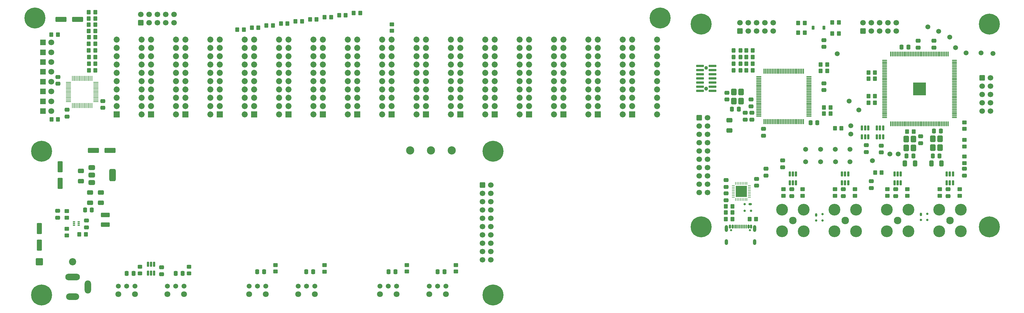
<source format=gts>
G04 #@! TF.GenerationSoftware,KiCad,Pcbnew,9.0.5*
G04 #@! TF.CreationDate,2025-10-23T19:29:44+02:00*
G04 #@! TF.ProjectId,stencil,7374656e-6369-46c2-9e6b-696361645f70,rev?*
G04 #@! TF.SameCoordinates,Original*
G04 #@! TF.FileFunction,Soldermask,Top*
G04 #@! TF.FilePolarity,Negative*
%FSLAX46Y46*%
G04 Gerber Fmt 4.6, Leading zero omitted, Abs format (unit mm)*
G04 Created by KiCad (PCBNEW 9.0.5) date 2025-10-23 19:29:44*
%MOMM*%
%LPD*%
G01*
G04 APERTURE LIST*
G04 Aperture macros list*
%AMRoundRect*
0 Rectangle with rounded corners*
0 $1 Rounding radius*
0 $2 $3 $4 $5 $6 $7 $8 $9 X,Y pos of 4 corners*
0 Add a 4 corners polygon primitive as box body*
4,1,4,$2,$3,$4,$5,$6,$7,$8,$9,$2,$3,0*
0 Add four circle primitives for the rounded corners*
1,1,$1+$1,$2,$3*
1,1,$1+$1,$4,$5*
1,1,$1+$1,$6,$7*
1,1,$1+$1,$8,$9*
0 Add four rect primitives between the rounded corners*
20,1,$1+$1,$2,$3,$4,$5,0*
20,1,$1+$1,$4,$5,$6,$7,0*
20,1,$1+$1,$6,$7,$8,$9,0*
20,1,$1+$1,$8,$9,$2,$3,0*%
G04 Aperture macros list end*
%ADD10C,0.650000*%
%ADD11RoundRect,0.150000X-0.150000X-0.425000X0.150000X-0.425000X0.150000X0.425000X-0.150000X0.425000X0*%
%ADD12RoundRect,0.075000X-0.075000X-0.500000X0.075000X-0.500000X0.075000X0.500000X-0.075000X0.500000X0*%
%ADD13O,1.000000X2.100000*%
%ADD14O,1.000000X1.800000*%
%ADD15C,1.500000*%
%ADD16RoundRect,0.250000X0.575000X-0.725000X0.575000X0.725000X-0.575000X0.725000X-0.575000X-0.725000X0*%
%ADD17RoundRect,0.250000X-0.350000X-0.450000X0.350000X-0.450000X0.350000X0.450000X-0.350000X0.450000X0*%
%ADD18RoundRect,0.162500X-0.162500X0.617500X-0.162500X-0.617500X0.162500X-0.617500X0.162500X0.617500X0*%
%ADD19RoundRect,0.250000X-0.475000X0.337500X-0.475000X-0.337500X0.475000X-0.337500X0.475000X0.337500X0*%
%ADD20C,6.400000*%
%ADD21RoundRect,0.250000X0.350000X0.450000X-0.350000X0.450000X-0.350000X-0.450000X0.350000X-0.450000X0*%
%ADD22RoundRect,0.250000X0.475000X-0.337500X0.475000X0.337500X-0.475000X0.337500X-0.475000X-0.337500X0*%
%ADD23RoundRect,0.250000X-0.450000X0.350000X-0.450000X-0.350000X0.450000X-0.350000X0.450000X0.350000X0*%
%ADD24RoundRect,0.250000X-0.600000X-0.600000X0.600000X-0.600000X0.600000X0.600000X-0.600000X0.600000X0*%
%ADD25C,1.700000*%
%ADD26RoundRect,0.250000X0.337500X0.475000X-0.337500X0.475000X-0.337500X-0.475000X0.337500X-0.475000X0*%
%ADD27RoundRect,0.250000X-0.337500X-0.475000X0.337500X-0.475000X0.337500X0.475000X-0.337500X0.475000X0*%
%ADD28RoundRect,0.250000X0.600000X-0.600000X0.600000X0.600000X-0.600000X0.600000X-0.600000X-0.600000X0*%
%ADD29C,2.300000*%
%ADD30C,3.600000*%
%ADD31RoundRect,0.225000X0.225000X0.375000X-0.225000X0.375000X-0.225000X-0.375000X0.225000X-0.375000X0*%
%ADD32RoundRect,0.250000X-0.412500X-0.650000X0.412500X-0.650000X0.412500X0.650000X-0.412500X0.650000X0*%
%ADD33RoundRect,0.250000X-0.325000X-0.450000X0.325000X-0.450000X0.325000X0.450000X-0.325000X0.450000X0*%
%ADD34C,1.200000*%
%ADD35C,1.100000*%
%ADD36RoundRect,0.112500X1.037500X-0.262500X1.037500X0.262500X-1.037500X0.262500X-1.037500X-0.262500X0*%
%ADD37RoundRect,0.175000X-0.175000X-0.325000X0.175000X-0.325000X0.175000X0.325000X-0.175000X0.325000X0*%
%ADD38RoundRect,0.150000X-0.200000X-0.150000X0.200000X-0.150000X0.200000X0.150000X-0.200000X0.150000X0*%
%ADD39RoundRect,0.062500X0.062500X-0.375000X0.062500X0.375000X-0.062500X0.375000X-0.062500X-0.375000X0*%
%ADD40RoundRect,0.062500X0.375000X-0.062500X0.375000X0.062500X-0.375000X0.062500X-0.375000X-0.062500X0*%
%ADD41R,3.450000X3.450000*%
%ADD42RoundRect,0.250000X0.450000X-0.350000X0.450000X0.350000X-0.450000X0.350000X-0.450000X-0.350000X0*%
%ADD43RoundRect,0.250000X0.650000X-0.412500X0.650000X0.412500X-0.650000X0.412500X-0.650000X-0.412500X0*%
%ADD44RoundRect,0.075000X-0.725000X-0.075000X0.725000X-0.075000X0.725000X0.075000X-0.725000X0.075000X0*%
%ADD45RoundRect,0.075000X-0.075000X-0.725000X0.075000X-0.725000X0.075000X0.725000X-0.075000X0.725000X0*%
%ADD46RoundRect,0.175000X-0.325000X0.175000X-0.325000X-0.175000X0.325000X-0.175000X0.325000X0.175000X0*%
%ADD47RoundRect,0.150000X-0.150000X0.200000X-0.150000X-0.200000X0.150000X-0.200000X0.150000X0.200000X0*%
%ADD48RoundRect,0.075000X0.075000X-0.662500X0.075000X0.662500X-0.075000X0.662500X-0.075000X-0.662500X0*%
%ADD49RoundRect,0.075000X0.662500X-0.075000X0.662500X0.075000X-0.662500X0.075000X-0.662500X-0.075000X0*%
%ADD50R,4.000000X4.000000*%
%ADD51RoundRect,0.250000X1.412500X0.550000X-1.412500X0.550000X-1.412500X-0.550000X1.412500X-0.550000X0*%
%ADD52RoundRect,0.249999X-0.850001X-0.850001X0.850001X-0.850001X0.850001X0.850001X-0.850001X0.850001X0*%
%ADD53C,2.200000*%
%ADD54RoundRect,0.250000X-0.450000X0.325000X-0.450000X-0.325000X0.450000X-0.325000X0.450000X0.325000X0*%
%ADD55C,1.800000*%
%ADD56RoundRect,0.250000X0.550000X-1.412500X0.550000X1.412500X-0.550000X1.412500X-0.550000X-1.412500X0*%
%ADD57RoundRect,0.087500X0.250000X0.087500X-0.250000X0.087500X-0.250000X-0.087500X0.250000X-0.087500X0*%
%ADD58RoundRect,0.250001X1.074999X-0.462499X1.074999X0.462499X-1.074999X0.462499X-1.074999X-0.462499X0*%
%ADD59C,2.500000*%
%ADD60RoundRect,0.375000X-0.625000X-0.375000X0.625000X-0.375000X0.625000X0.375000X-0.625000X0.375000X0*%
%ADD61RoundRect,0.500000X-0.500000X-1.400000X0.500000X-1.400000X0.500000X1.400000X-0.500000X1.400000X0*%
%ADD62RoundRect,0.162500X0.162500X-0.617500X0.162500X0.617500X-0.162500X0.617500X-0.162500X-0.617500X0*%
%ADD63RoundRect,1.000000X1.250000X0.000010X-1.250000X0.000010X-1.250000X-0.000010X1.250000X-0.000010X0*%
%ADD64RoundRect,1.000000X1.000000X0.000010X-1.000000X0.000010X-1.000000X-0.000010X1.000000X-0.000010X0*%
%ADD65RoundRect,1.000000X0.000010X1.000000X-0.000010X1.000000X-0.000010X-1.000000X0.000010X-1.000000X0*%
%ADD66R,1.800000X1.800000*%
%ADD67R,1.850000X1.850000*%
%ADD68C,1.850000*%
%ADD69RoundRect,0.062500X-0.687500X-0.062500X0.687500X-0.062500X0.687500X0.062500X-0.687500X0.062500X0*%
%ADD70RoundRect,0.062500X-0.062500X-0.687500X0.062500X-0.687500X0.062500X0.687500X-0.062500X0.687500X0*%
G04 APERTURE END LIST*
D10*
X249208000Y-101161000D03*
X254988000Y-101161000D03*
D11*
X248898000Y-100086000D03*
X249698000Y-100086000D03*
D12*
X250848000Y-100086000D03*
X251848000Y-100086000D03*
X252348000Y-100086000D03*
X253348000Y-100086000D03*
D11*
X254498000Y-100086000D03*
X255298000Y-100086000D03*
X255298000Y-100086000D03*
X254498000Y-100086000D03*
D12*
X253848000Y-100086000D03*
X252848000Y-100086000D03*
X251348000Y-100086000D03*
X250348000Y-100086000D03*
D11*
X249698000Y-100086000D03*
X248898000Y-100086000D03*
D13*
X247778000Y-100661000D03*
D14*
X247778000Y-104841000D03*
D13*
X256418000Y-100661000D03*
D14*
X256418000Y-104841000D03*
D15*
X285558000Y-80272000D03*
D16*
X252284000Y-61686000D03*
X252284000Y-58936000D03*
X250084000Y-58936000D03*
X250084000Y-61686000D03*
D17*
X253824000Y-48268000D03*
X255824000Y-48268000D03*
D18*
X269048000Y-84002000D03*
X268098000Y-84002000D03*
X267148000Y-84002000D03*
X267148000Y-86702000D03*
X268098000Y-86702000D03*
X269048000Y-86702000D03*
D19*
X259904000Y-82409500D03*
X259904000Y-84484500D03*
X259142000Y-70217500D03*
X259142000Y-72292500D03*
X290485600Y-75170500D03*
X290485600Y-77245500D03*
D15*
X292416000Y-79891000D03*
D20*
X240098000Y-38166000D03*
D18*
X291095200Y-69952000D03*
X290145200Y-69952000D03*
X289195200Y-69952000D03*
X289195200Y-72652000D03*
X290145200Y-72652000D03*
X291095200Y-72652000D03*
D21*
X304973000Y-71001000D03*
X302973000Y-71001000D03*
D22*
X311212000Y-45368500D03*
X311212000Y-43293500D03*
D18*
X284984000Y-84002000D03*
X284034000Y-84002000D03*
X283084000Y-84002000D03*
X283084000Y-86702000D03*
X284034000Y-86702000D03*
X284984000Y-86702000D03*
D15*
X300290000Y-77859000D03*
D21*
X282113000Y-41060000D03*
X280113000Y-41060000D03*
D17*
X280908000Y-69985000D03*
X282908000Y-69985000D03*
D23*
X280986000Y-88670000D03*
X280986000Y-90670000D03*
D21*
X249601000Y-97798000D03*
X247601000Y-97798000D03*
D19*
X295083000Y-75319000D03*
X295083000Y-77394000D03*
D24*
X239457000Y-66810000D03*
D25*
X241997000Y-66810000D03*
X239457000Y-69350000D03*
X241997000Y-69350000D03*
X239457000Y-71890000D03*
X241997000Y-71890000D03*
X239457000Y-74430000D03*
X241997000Y-74430000D03*
X239457000Y-76970000D03*
X241997000Y-76970000D03*
X239457000Y-79510000D03*
X241997000Y-79510000D03*
X239457000Y-82050000D03*
X241997000Y-82050000D03*
X239457000Y-84590000D03*
X241997000Y-84590000D03*
X239457000Y-87130000D03*
X241997000Y-87130000D03*
X239457000Y-89670000D03*
X241997000Y-89670000D03*
D23*
X265238000Y-88670000D03*
X265238000Y-90670000D03*
D15*
X316038000Y-42172000D03*
D26*
X251543500Y-64143000D03*
X249468500Y-64143000D03*
D15*
X276519000Y-76462000D03*
D20*
X328098000Y-100166000D03*
D22*
X247712000Y-87935000D03*
X247712000Y-85860000D03*
D24*
X325944000Y-54618000D03*
D25*
X328484000Y-54618000D03*
X325944000Y-57158000D03*
X328484000Y-57158000D03*
X325944000Y-59698000D03*
X328484000Y-59698000D03*
X325944000Y-62238000D03*
X328484000Y-62238000D03*
X325944000Y-64778000D03*
X328484000Y-64778000D03*
D27*
X311190500Y-70874000D03*
X313265500Y-70874000D03*
D16*
X304946000Y-76059000D03*
X304946000Y-73309000D03*
X302746000Y-73309000D03*
X302746000Y-76059000D03*
D15*
X320991000Y-46998000D03*
D23*
X320483000Y-78637000D03*
X320483000Y-80637000D03*
D15*
X312609000Y-40394000D03*
D19*
X299528000Y-88632500D03*
X299528000Y-90707500D03*
X292035000Y-86219500D03*
X292035000Y-88294500D03*
D15*
X285558000Y-76462000D03*
D27*
X302808500Y-78494000D03*
X304883500Y-78494000D03*
D18*
X316988000Y-84002000D03*
X316038000Y-84002000D03*
X315088000Y-84002000D03*
X315088000Y-86702000D03*
X316038000Y-86702000D03*
X316988000Y-86702000D03*
D17*
X253824000Y-52332000D03*
X255824000Y-52332000D03*
D28*
X251903000Y-40267000D03*
D25*
X251903000Y-37727000D03*
X254443000Y-40267000D03*
X254443000Y-37727000D03*
X256983000Y-40267000D03*
X256983000Y-37727000D03*
X259523000Y-40267000D03*
X259523000Y-37727000D03*
X262063000Y-40267000D03*
X262063000Y-37727000D03*
D17*
X276557000Y-52459000D03*
X278557000Y-52459000D03*
D15*
X285304000Y-61730000D03*
D22*
X277557000Y-58344000D03*
X277557000Y-56269000D03*
D17*
X276541000Y-50554000D03*
X278541000Y-50554000D03*
D27*
X273471500Y-68334000D03*
X275546500Y-68334000D03*
D29*
X316098000Y-98166000D03*
D30*
X319398000Y-101466000D03*
X319398000Y-94866000D03*
X312798000Y-101466000D03*
X312798000Y-94866000D03*
D17*
X291162000Y-62238000D03*
X293162000Y-62238000D03*
D15*
X309307000Y-38997000D03*
D17*
X277573000Y-63635000D03*
X279573000Y-63635000D03*
D28*
X289495000Y-40267000D03*
D25*
X289495000Y-37727000D03*
X292035000Y-40267000D03*
X292035000Y-37727000D03*
X294575000Y-40267000D03*
X294575000Y-37727000D03*
X297115000Y-40267000D03*
X297115000Y-37727000D03*
X299655000Y-40267000D03*
X299655000Y-37727000D03*
D19*
X267778000Y-88632500D03*
X267778000Y-90707500D03*
D18*
X295652000Y-69905000D03*
X294702000Y-69905000D03*
X293752000Y-69905000D03*
X293752000Y-72605000D03*
X294702000Y-72605000D03*
X295652000Y-72605000D03*
D15*
X276541000Y-80272000D03*
D31*
X277555000Y-39282000D03*
X274255000Y-39282000D03*
D15*
X288199600Y-64422400D03*
D32*
X310373000Y-80780000D03*
X313498000Y-80780000D03*
D23*
X312990000Y-88670000D03*
X312990000Y-90670000D03*
D17*
X269715000Y-37856000D03*
X271715000Y-37856000D03*
X247617000Y-93861000D03*
X249617000Y-93861000D03*
D16*
X313074000Y-75932000D03*
X313074000Y-73182000D03*
X310874000Y-73182000D03*
X310874000Y-75932000D03*
D19*
X255332000Y-61200500D03*
X255332000Y-63275500D03*
D21*
X295210000Y-83574000D03*
X293210000Y-83574000D03*
D17*
X291178000Y-60206000D03*
X293178000Y-60206000D03*
D33*
X249989000Y-46236000D03*
X252039000Y-46236000D03*
D19*
X264984000Y-79869500D03*
X264984000Y-81944500D03*
D17*
X291178000Y-52967000D03*
X293178000Y-52967000D03*
D23*
X296988000Y-88670000D03*
X296988000Y-90670000D03*
D19*
X253554000Y-65264500D03*
X253554000Y-67339500D03*
D34*
X241616000Y-57920000D03*
D35*
X241616000Y-51570000D03*
D36*
X243521000Y-58555000D03*
X239711000Y-58555000D03*
X243521000Y-57285000D03*
X239711000Y-57285000D03*
X243521000Y-56015000D03*
X239711000Y-56015000D03*
X243521000Y-54745000D03*
X239711000Y-54745000D03*
X243521000Y-53475000D03*
X239711000Y-53475000D03*
X243521000Y-52205000D03*
X239711000Y-52205000D03*
X243521000Y-50935000D03*
X239711000Y-50935000D03*
D22*
X306386000Y-45368500D03*
X306386000Y-43293500D03*
D19*
X320483000Y-82388000D03*
X320483000Y-84463000D03*
D29*
X268098000Y-98166000D03*
D30*
X271398000Y-101466000D03*
X271398000Y-94866000D03*
X264798000Y-101466000D03*
X264798000Y-94866000D03*
D19*
X307148000Y-72503500D03*
X307148000Y-74578500D03*
D15*
X281069000Y-76462000D03*
D29*
X284098000Y-98166000D03*
D30*
X287398000Y-101466000D03*
X287398000Y-94866000D03*
X280798000Y-101466000D03*
X280798000Y-94866000D03*
D37*
X307180000Y-96352000D03*
D38*
X307180000Y-98052000D03*
X309180000Y-98052000D03*
X309180000Y-96152000D03*
D22*
X256983000Y-87554000D03*
X256983000Y-85479000D03*
D15*
X285761200Y-69248400D03*
X281621000Y-47252000D03*
X329246000Y-47125000D03*
D27*
X310831000Y-78494000D03*
X312906000Y-78494000D03*
D37*
X275176000Y-96474000D03*
D38*
X275176000Y-98174000D03*
X277176000Y-98174000D03*
X277176000Y-96274000D03*
D33*
X249989000Y-48268000D03*
X252039000Y-48268000D03*
D29*
X300098000Y-98166000D03*
D30*
X303398000Y-101466000D03*
X303398000Y-94866000D03*
X296798000Y-101466000D03*
X296798000Y-94866000D03*
D15*
X317816000Y-45347000D03*
D27*
X301284500Y-45220000D03*
X303359500Y-45220000D03*
D15*
X271969000Y-76462000D03*
D17*
X277573000Y-65540000D03*
X279573000Y-65540000D03*
D15*
X281113000Y-80272000D03*
D39*
X250562000Y-91751000D03*
X251062000Y-91751000D03*
X251562000Y-91751000D03*
X252062000Y-91751000D03*
X252562000Y-91751000D03*
X253062000Y-91751000D03*
X253562000Y-91751000D03*
X254062000Y-91751000D03*
D40*
X254749500Y-91063500D03*
X254749500Y-90563500D03*
X254749500Y-90063500D03*
X254749500Y-89563500D03*
X254749500Y-89063500D03*
X254749500Y-88563500D03*
X254749500Y-88063500D03*
X254749500Y-87563500D03*
D39*
X254062000Y-86876000D03*
X253562000Y-86876000D03*
X253062000Y-86876000D03*
X252562000Y-86876000D03*
X252062000Y-86876000D03*
X251562000Y-86876000D03*
X251062000Y-86876000D03*
X250562000Y-86876000D03*
D40*
X249874500Y-87563500D03*
X249874500Y-88063500D03*
X249874500Y-88563500D03*
X249874500Y-89063500D03*
X249874500Y-89563500D03*
X249874500Y-90063500D03*
X249874500Y-90563500D03*
X249874500Y-91063500D03*
D41*
X252312000Y-89313500D03*
D17*
X253840000Y-46236000D03*
X255840000Y-46236000D03*
D23*
X320483000Y-73573000D03*
X320483000Y-75573000D03*
D15*
X285812000Y-71763000D03*
D19*
X247966000Y-59147000D03*
X247966000Y-61222000D03*
D33*
X249989000Y-52332000D03*
X252039000Y-52332000D03*
D42*
X320483000Y-70207000D03*
X320483000Y-68207000D03*
D15*
X271969000Y-80272000D03*
D23*
X271080000Y-88670000D03*
X271080000Y-90670000D03*
D19*
X283526000Y-88632500D03*
X283526000Y-90707500D03*
D23*
X287082000Y-88670000D03*
X287082000Y-90670000D03*
D33*
X249989000Y-50300000D03*
X252039000Y-50300000D03*
D43*
X248728000Y-70658500D03*
X248728000Y-67533500D03*
D23*
X303084000Y-88670000D03*
X303084000Y-90670000D03*
D20*
X240098000Y-100166000D03*
D21*
X249585000Y-95766000D03*
X247585000Y-95766000D03*
D15*
X325563000Y-46998000D03*
D32*
X302283500Y-80780000D03*
X305408500Y-80780000D03*
D44*
X257627000Y-54261000D03*
X257627000Y-54761000D03*
X257627000Y-55261000D03*
X257627000Y-55761000D03*
X257627000Y-56261000D03*
X257627000Y-56761000D03*
X257627000Y-57261000D03*
X257627000Y-57761000D03*
X257627000Y-58261000D03*
X257627000Y-58761000D03*
X257627000Y-59261000D03*
X257627000Y-59761000D03*
X257627000Y-60261000D03*
X257627000Y-60761000D03*
X257627000Y-61261000D03*
X257627000Y-61761000D03*
X257627000Y-62261000D03*
X257627000Y-62761000D03*
X257627000Y-63261000D03*
X257627000Y-63761000D03*
X257627000Y-64261000D03*
X257627000Y-64761000D03*
X257627000Y-65261000D03*
X257627000Y-65761000D03*
X257627000Y-66261000D03*
D45*
X259302000Y-67936000D03*
X259802000Y-67936000D03*
X260302000Y-67936000D03*
X260802000Y-67936000D03*
X261302000Y-67936000D03*
X261802000Y-67936000D03*
X262302000Y-67936000D03*
X262802000Y-67936000D03*
X263302000Y-67936000D03*
X263802000Y-67936000D03*
X264302000Y-67936000D03*
X264802000Y-67936000D03*
X265302000Y-67936000D03*
X265802000Y-67936000D03*
X266302000Y-67936000D03*
X266802000Y-67936000D03*
X267302000Y-67936000D03*
X267802000Y-67936000D03*
X268302000Y-67936000D03*
X268802000Y-67936000D03*
X269302000Y-67936000D03*
X269802000Y-67936000D03*
X270302000Y-67936000D03*
X270802000Y-67936000D03*
X271302000Y-67936000D03*
D44*
X272977000Y-66261000D03*
X272977000Y-65761000D03*
X272977000Y-65261000D03*
X272977000Y-64761000D03*
X272977000Y-64261000D03*
X272977000Y-63761000D03*
X272977000Y-63261000D03*
X272977000Y-62761000D03*
X272977000Y-62261000D03*
X272977000Y-61761000D03*
X272977000Y-61261000D03*
X272977000Y-60761000D03*
X272977000Y-60261000D03*
X272977000Y-59761000D03*
X272977000Y-59261000D03*
X272977000Y-58761000D03*
X272977000Y-58261000D03*
X272977000Y-57761000D03*
X272977000Y-57261000D03*
X272977000Y-56761000D03*
X272977000Y-56261000D03*
X272977000Y-55761000D03*
X272977000Y-55261000D03*
X272977000Y-54761000D03*
X272977000Y-54261000D03*
D45*
X271302000Y-52586000D03*
X270802000Y-52586000D03*
X270302000Y-52586000D03*
X269802000Y-52586000D03*
X269302000Y-52586000D03*
X268802000Y-52586000D03*
X268302000Y-52586000D03*
X267802000Y-52586000D03*
X267302000Y-52586000D03*
X266802000Y-52586000D03*
X266302000Y-52586000D03*
X265802000Y-52586000D03*
X265302000Y-52586000D03*
X264802000Y-52586000D03*
X264302000Y-52586000D03*
X263802000Y-52586000D03*
X263302000Y-52586000D03*
X262802000Y-52586000D03*
X262302000Y-52586000D03*
X261802000Y-52586000D03*
X261302000Y-52586000D03*
X260802000Y-52586000D03*
X260302000Y-52586000D03*
X259802000Y-52586000D03*
X259302000Y-52586000D03*
D20*
X328098000Y-38166000D03*
D46*
X255066000Y-93242000D03*
D47*
X253366000Y-93242000D03*
X253366000Y-95242000D03*
X255266000Y-95242000D03*
D17*
X291178000Y-54872000D03*
X293178000Y-54872000D03*
D19*
X247712000Y-89902500D03*
X247712000Y-91977500D03*
D17*
X254840000Y-97798000D03*
X256840000Y-97798000D03*
D19*
X277557000Y-43061000D03*
X277557000Y-45136000D03*
D21*
X282113000Y-37631000D03*
X280113000Y-37631000D03*
D19*
X255586000Y-65264500D03*
X255586000Y-67339500D03*
D17*
X253840000Y-50300000D03*
X255840000Y-50300000D03*
X269715000Y-40806000D03*
X271715000Y-40806000D03*
D23*
X319086000Y-88670000D03*
X319086000Y-90670000D03*
D48*
X297993000Y-68642500D03*
X298493000Y-68642500D03*
X298993000Y-68642500D03*
X299493000Y-68642500D03*
X299993000Y-68642500D03*
X300493000Y-68642500D03*
X300993000Y-68642500D03*
X301493000Y-68642500D03*
X301993000Y-68642500D03*
X302493000Y-68642500D03*
X302993000Y-68642500D03*
X303493000Y-68642500D03*
X303993000Y-68642500D03*
X304493000Y-68642500D03*
X304993000Y-68642500D03*
X305493000Y-68642500D03*
X305993000Y-68642500D03*
X306493000Y-68642500D03*
X306993000Y-68642500D03*
X307493000Y-68642500D03*
X307993000Y-68642500D03*
X308493000Y-68642500D03*
X308993000Y-68642500D03*
X309493000Y-68642500D03*
X309993000Y-68642500D03*
X310493000Y-68642500D03*
X310993000Y-68642500D03*
X311493000Y-68642500D03*
X311993000Y-68642500D03*
X312493000Y-68642500D03*
X312993000Y-68642500D03*
X313493000Y-68642500D03*
X313993000Y-68642500D03*
X314493000Y-68642500D03*
X314993000Y-68642500D03*
X315493000Y-68642500D03*
D49*
X317405500Y-66730000D03*
X317405500Y-66230000D03*
X317405500Y-65730000D03*
X317405500Y-65230000D03*
X317405500Y-64730000D03*
X317405500Y-64230000D03*
X317405500Y-63730000D03*
X317405500Y-63230000D03*
X317405500Y-62730000D03*
X317405500Y-62230000D03*
X317405500Y-61730000D03*
X317405500Y-61230000D03*
X317405500Y-60730000D03*
X317405500Y-60230000D03*
X317405500Y-59730000D03*
X317405500Y-59230000D03*
X317405500Y-58730000D03*
X317405500Y-58230000D03*
X317405500Y-57730000D03*
X317405500Y-57230000D03*
X317405500Y-56730000D03*
X317405500Y-56230000D03*
X317405500Y-55730000D03*
X317405500Y-55230000D03*
X317405500Y-54730000D03*
X317405500Y-54230000D03*
X317405500Y-53730000D03*
X317405500Y-53230000D03*
X317405500Y-52730000D03*
X317405500Y-52230000D03*
X317405500Y-51730000D03*
X317405500Y-51230000D03*
X317405500Y-50730000D03*
X317405500Y-50230000D03*
X317405500Y-49730000D03*
X317405500Y-49230000D03*
D48*
X315493000Y-47317500D03*
X314993000Y-47317500D03*
X314493000Y-47317500D03*
X313993000Y-47317500D03*
X313493000Y-47317500D03*
X312993000Y-47317500D03*
X312493000Y-47317500D03*
X311993000Y-47317500D03*
X311493000Y-47317500D03*
X310993000Y-47317500D03*
X310493000Y-47317500D03*
X309993000Y-47317500D03*
X309493000Y-47317500D03*
X308993000Y-47317500D03*
X308493000Y-47317500D03*
X307993000Y-47317500D03*
X307493000Y-47317500D03*
X306993000Y-47317500D03*
X306493000Y-47317500D03*
X305993000Y-47317500D03*
X305493000Y-47317500D03*
X304993000Y-47317500D03*
X304493000Y-47317500D03*
X303993000Y-47317500D03*
X303493000Y-47317500D03*
X302993000Y-47317500D03*
X302493000Y-47317500D03*
X301993000Y-47317500D03*
X301493000Y-47317500D03*
X300993000Y-47317500D03*
X300493000Y-47317500D03*
X299993000Y-47317500D03*
X299493000Y-47317500D03*
X298993000Y-47317500D03*
X298493000Y-47317500D03*
X297993000Y-47317500D03*
D49*
X296080500Y-49230000D03*
X296080500Y-49730000D03*
X296080500Y-50230000D03*
X296080500Y-50730000D03*
X296080500Y-51230000D03*
X296080500Y-51730000D03*
X296080500Y-52230000D03*
X296080500Y-52730000D03*
X296080500Y-53230000D03*
X296080500Y-53730000D03*
X296080500Y-54230000D03*
X296080500Y-54730000D03*
X296080500Y-55230000D03*
X296080500Y-55730000D03*
X296080500Y-56230000D03*
X296080500Y-56730000D03*
X296080500Y-57230000D03*
X296080500Y-57730000D03*
X296080500Y-58230000D03*
X296080500Y-58730000D03*
X296080500Y-59230000D03*
X296080500Y-59730000D03*
X296080500Y-60230000D03*
X296080500Y-60730000D03*
X296080500Y-61230000D03*
X296080500Y-61730000D03*
X296080500Y-62230000D03*
X296080500Y-62730000D03*
X296080500Y-63230000D03*
X296080500Y-63730000D03*
X296080500Y-64230000D03*
X296080500Y-64730000D03*
X296080500Y-65230000D03*
X296080500Y-65730000D03*
X296080500Y-66230000D03*
X296080500Y-66730000D03*
D50*
X306743000Y-57980000D03*
D19*
X315530000Y-88654000D03*
X315530000Y-90729000D03*
D18*
X301052000Y-84002000D03*
X300102000Y-84002000D03*
X299152000Y-84002000D03*
X299152000Y-86702000D03*
X300102000Y-86702000D03*
X301052000Y-86702000D03*
D15*
X297750000Y-77859000D03*
D51*
X59481000Y-76752000D03*
X54406000Y-76752000D03*
D27*
X144554500Y-113836000D03*
X146629500Y-113836000D03*
D24*
X173273000Y-87384000D03*
D25*
X175813000Y-87384000D03*
X173273000Y-89924000D03*
X175813000Y-89924000D03*
X173273000Y-92464000D03*
X175813000Y-92464000D03*
X173273000Y-95004000D03*
X175813000Y-95004000D03*
X173273000Y-97544000D03*
X175813000Y-97544000D03*
X173273000Y-100084000D03*
X175813000Y-100084000D03*
X173273000Y-102624000D03*
X175813000Y-102624000D03*
X173273000Y-105164000D03*
X175813000Y-105164000D03*
X173273000Y-107704000D03*
X175813000Y-107704000D03*
X173273000Y-110244000D03*
X175813000Y-110244000D03*
D43*
X53334000Y-92800500D03*
X53334000Y-89675500D03*
D26*
X66619500Y-114344000D03*
X64544500Y-114344000D03*
D52*
X37896000Y-110788000D03*
D53*
X48056000Y-110788000D03*
D20*
X38508000Y-77000000D03*
D42*
X165150000Y-113820000D03*
X165150000Y-111820000D03*
X150164000Y-113820000D03*
X150164000Y-111820000D03*
D23*
X46270000Y-100779000D03*
X46270000Y-102779000D03*
D54*
X68630000Y-112312000D03*
X68630000Y-114362000D03*
D27*
X159562000Y-113836000D03*
X161637000Y-113836000D03*
D15*
X61968000Y-118240000D03*
X64508000Y-118240000D03*
X67048000Y-118240000D03*
D55*
X67048000Y-120760000D03*
X61968000Y-120760000D03*
D20*
X176508000Y-121000000D03*
D27*
X104444000Y-113836000D03*
X106519000Y-113836000D03*
D19*
X75229000Y-112508500D03*
X75229000Y-114583500D03*
D22*
X52239000Y-100276500D03*
X52239000Y-98201500D03*
D20*
X176508000Y-77000000D03*
D26*
X81605500Y-114344000D03*
X79530500Y-114344000D03*
D56*
X37896000Y-105705500D03*
X37896000Y-100630500D03*
D20*
X38508000Y-121000000D03*
D54*
X83616000Y-112312000D03*
X83616000Y-114362000D03*
D57*
X49854000Y-99604000D03*
X49854000Y-99104000D03*
X49854000Y-98604000D03*
X48429000Y-98604000D03*
X48429000Y-99104000D03*
X48429000Y-99604000D03*
D43*
X56684000Y-92800500D03*
X56684000Y-89675500D03*
D19*
X43476000Y-95259000D03*
X43476000Y-97334000D03*
D23*
X46270000Y-95318000D03*
X46270000Y-97318000D03*
D42*
X110032000Y-113820000D03*
X110032000Y-111820000D03*
D15*
X116968000Y-118240000D03*
X119508000Y-118240000D03*
X122048000Y-118240000D03*
D55*
X122048000Y-120760000D03*
X116968000Y-120760000D03*
D58*
X58000000Y-99456500D03*
X58000000Y-96481500D03*
D43*
X50596000Y-86150000D03*
X50596000Y-83025000D03*
D56*
X44246000Y-86871000D03*
X44246000Y-81796000D03*
D15*
X156968000Y-118240000D03*
X159508000Y-118240000D03*
X162048000Y-118240000D03*
D55*
X162048000Y-120760000D03*
X156968000Y-120760000D03*
D15*
X101968000Y-118240000D03*
X104508000Y-118240000D03*
X107048000Y-118240000D03*
D55*
X107048000Y-120760000D03*
X101968000Y-120760000D03*
D27*
X119408500Y-113836000D03*
X121483500Y-113836000D03*
D15*
X141968000Y-118240000D03*
X144508000Y-118240000D03*
X147048000Y-118240000D03*
D55*
X147048000Y-120760000D03*
X141968000Y-120760000D03*
D26*
X53911500Y-95000000D03*
X51836500Y-95000000D03*
D59*
X157530000Y-76752000D03*
X151180000Y-76752000D03*
D60*
X53898000Y-82019500D03*
X53898000Y-84319500D03*
D61*
X60198000Y-84319500D03*
D60*
X53898000Y-86619500D03*
D42*
X125018000Y-113836000D03*
X125018000Y-111836000D03*
D59*
X163880000Y-76752000D03*
D62*
X71043000Y-114308000D03*
X71993000Y-114308000D03*
X72943000Y-114308000D03*
X72943000Y-111608000D03*
X71993000Y-111608000D03*
X71043000Y-111608000D03*
D21*
X52096000Y-102414000D03*
X50096000Y-102414000D03*
D15*
X76968000Y-118240000D03*
X79508000Y-118240000D03*
X82048000Y-118240000D03*
D55*
X82048000Y-120760000D03*
X76968000Y-120760000D03*
D63*
X48008000Y-115500000D03*
D64*
X48008000Y-121500000D03*
D65*
X52708000Y-118500000D03*
D17*
X52980000Y-34536000D03*
X54980000Y-34536000D03*
X52980000Y-38346000D03*
X54980000Y-38346000D03*
X52996000Y-48252000D03*
X54996000Y-48252000D03*
X52996000Y-50284000D03*
X54996000Y-50284000D03*
D21*
X43582000Y-67302000D03*
X41582000Y-67302000D03*
D17*
X52980000Y-44188000D03*
X54980000Y-44188000D03*
X125005000Y-36060000D03*
X127005000Y-36060000D03*
D66*
X38960000Y-43770000D03*
D55*
X41500000Y-43770000D03*
D67*
X93000000Y-65770000D03*
D68*
X93000000Y-63230000D03*
X93000000Y-60690000D03*
X93000000Y-58150000D03*
X93000000Y-55610000D03*
X93000000Y-53070000D03*
X93000000Y-50530000D03*
X93000000Y-47990000D03*
X93000000Y-45450000D03*
X93000000Y-42910000D03*
X100620000Y-42910000D03*
X100620000Y-45450000D03*
X100620000Y-47990000D03*
X100620000Y-50530000D03*
X100620000Y-53070000D03*
X100620000Y-55610000D03*
X100620000Y-58150000D03*
X100620000Y-60690000D03*
X100620000Y-63230000D03*
X100620000Y-65770000D03*
D67*
X61500000Y-65770000D03*
D68*
X61500000Y-63230000D03*
X61500000Y-60690000D03*
X61500000Y-58150000D03*
X61500000Y-55610000D03*
X61500000Y-53070000D03*
X61500000Y-50530000D03*
X61500000Y-47990000D03*
X61500000Y-45450000D03*
X61500000Y-42910000D03*
X69120000Y-42910000D03*
X69120000Y-45450000D03*
X69120000Y-47990000D03*
X69120000Y-50530000D03*
X69120000Y-53070000D03*
X69120000Y-55610000D03*
X69120000Y-58150000D03*
X69120000Y-60690000D03*
X69120000Y-63230000D03*
X69120000Y-65770000D03*
D66*
X38960000Y-49770000D03*
D55*
X41500000Y-49770000D03*
D66*
X38960000Y-58770000D03*
D55*
X41500000Y-58770000D03*
D67*
X82500000Y-65770000D03*
D68*
X82500000Y-63230000D03*
X82500000Y-60690000D03*
X82500000Y-58150000D03*
X82500000Y-55610000D03*
X82500000Y-53070000D03*
X82500000Y-50530000D03*
X82500000Y-47990000D03*
X82500000Y-45450000D03*
X82500000Y-42910000D03*
X90120000Y-42910000D03*
X90120000Y-45450000D03*
X90120000Y-47990000D03*
X90120000Y-50530000D03*
X90120000Y-53070000D03*
X90120000Y-55610000D03*
X90120000Y-58150000D03*
X90120000Y-60690000D03*
X90120000Y-63230000D03*
X90120000Y-65770000D03*
D67*
X124500000Y-65770000D03*
D68*
X124500000Y-63230000D03*
X124500000Y-60690000D03*
X124500000Y-58150000D03*
X124500000Y-55610000D03*
X124500000Y-53070000D03*
X124500000Y-50530000D03*
X124500000Y-47990000D03*
X124500000Y-45450000D03*
X124500000Y-42910000D03*
X132120000Y-42910000D03*
X132120000Y-45450000D03*
X132120000Y-47990000D03*
X132120000Y-50530000D03*
X132120000Y-53070000D03*
X132120000Y-55610000D03*
X132120000Y-58150000D03*
X132120000Y-60690000D03*
X132120000Y-63230000D03*
X132120000Y-65770000D03*
D69*
X46773000Y-55920000D03*
X46773000Y-56320000D03*
X46773000Y-56720000D03*
X46773000Y-57120000D03*
X46773000Y-57520000D03*
X46773000Y-57920000D03*
X46773000Y-58320000D03*
X46773000Y-58720000D03*
X46773000Y-59120000D03*
X46773000Y-59520000D03*
X46773000Y-59920000D03*
X46773000Y-60320000D03*
X46773000Y-60720000D03*
X46773000Y-61120000D03*
X46773000Y-61520000D03*
X46773000Y-61920000D03*
D70*
X47948000Y-63095000D03*
X48348000Y-63095000D03*
X48748000Y-63095000D03*
X49148000Y-63095000D03*
X49548000Y-63095000D03*
X49948000Y-63095000D03*
X50348000Y-63095000D03*
X50748000Y-63095000D03*
X51148000Y-63095000D03*
X51548000Y-63095000D03*
X51948000Y-63095000D03*
X52348000Y-63095000D03*
X52748000Y-63095000D03*
X53148000Y-63095000D03*
X53548000Y-63095000D03*
X53948000Y-63095000D03*
D69*
X55123000Y-61920000D03*
X55123000Y-61520000D03*
X55123000Y-61120000D03*
X55123000Y-60720000D03*
X55123000Y-60320000D03*
X55123000Y-59920000D03*
X55123000Y-59520000D03*
X55123000Y-59120000D03*
X55123000Y-58720000D03*
X55123000Y-58320000D03*
X55123000Y-57920000D03*
X55123000Y-57520000D03*
X55123000Y-57120000D03*
X55123000Y-56720000D03*
X55123000Y-56320000D03*
X55123000Y-55920000D03*
D70*
X53948000Y-54745000D03*
X53548000Y-54745000D03*
X53148000Y-54745000D03*
X52748000Y-54745000D03*
X52348000Y-54745000D03*
X51948000Y-54745000D03*
X51548000Y-54745000D03*
X51148000Y-54745000D03*
X50748000Y-54745000D03*
X50348000Y-54745000D03*
X49948000Y-54745000D03*
X49548000Y-54745000D03*
X49148000Y-54745000D03*
X48748000Y-54745000D03*
X48348000Y-54745000D03*
X47948000Y-54745000D03*
D17*
X52996000Y-42156000D03*
X54996000Y-42156000D03*
D51*
X49537500Y-36770000D03*
X44462500Y-36770000D03*
D28*
X68840000Y-37770000D03*
D25*
X68840000Y-35230000D03*
X71380000Y-37770000D03*
X71380000Y-35230000D03*
X73920000Y-37770000D03*
X73920000Y-35230000D03*
X76460000Y-37770000D03*
X76460000Y-35230000D03*
X79000000Y-37770000D03*
X79000000Y-35230000D03*
D19*
X46376000Y-64359500D03*
X46376000Y-66434500D03*
D17*
X52980000Y-36441000D03*
X54980000Y-36441000D03*
X52980000Y-46220000D03*
X54980000Y-46220000D03*
X116115000Y-37330000D03*
X118115000Y-37330000D03*
D21*
X43550000Y-41394000D03*
X41550000Y-41394000D03*
D19*
X57298000Y-61692500D03*
X57298000Y-63767500D03*
D23*
X145563000Y-38235000D03*
X145563000Y-40235000D03*
D17*
X102780000Y-39235000D03*
X104780000Y-39235000D03*
D20*
X227500000Y-36270000D03*
D17*
X120560000Y-36695000D03*
X122560000Y-36695000D03*
X98335000Y-39870000D03*
X100335000Y-39870000D03*
D22*
X43582000Y-56401500D03*
X43582000Y-54326500D03*
D17*
X133895000Y-34790000D03*
X135895000Y-34790000D03*
X52980000Y-40251000D03*
X54980000Y-40251000D03*
X111670000Y-37965000D03*
X113670000Y-37965000D03*
D66*
X38960000Y-55770000D03*
D55*
X41500000Y-55770000D03*
D67*
X114000000Y-65770000D03*
D68*
X114000000Y-63230000D03*
X114000000Y-60690000D03*
X114000000Y-58150000D03*
X114000000Y-55610000D03*
X114000000Y-53070000D03*
X114000000Y-50530000D03*
X114000000Y-47990000D03*
X114000000Y-45450000D03*
X114000000Y-42910000D03*
X121620000Y-42910000D03*
X121620000Y-45450000D03*
X121620000Y-47990000D03*
X121620000Y-50530000D03*
X121620000Y-53070000D03*
X121620000Y-55610000D03*
X121620000Y-58150000D03*
X121620000Y-60690000D03*
X121620000Y-63230000D03*
X121620000Y-65770000D03*
D67*
X135000000Y-65770000D03*
D68*
X135000000Y-63230000D03*
X135000000Y-60690000D03*
X135000000Y-58150000D03*
X135000000Y-55610000D03*
X135000000Y-53070000D03*
X135000000Y-50530000D03*
X135000000Y-47990000D03*
X135000000Y-45450000D03*
X135000000Y-42910000D03*
X142620000Y-42910000D03*
X142620000Y-45450000D03*
X142620000Y-47990000D03*
X142620000Y-50530000D03*
X142620000Y-53070000D03*
X142620000Y-55610000D03*
X142620000Y-58150000D03*
X142620000Y-60690000D03*
X142620000Y-63230000D03*
X142620000Y-65770000D03*
D67*
X72000000Y-65770000D03*
D68*
X72000000Y-63230000D03*
X72000000Y-60690000D03*
X72000000Y-58150000D03*
X72000000Y-55610000D03*
X72000000Y-53070000D03*
X72000000Y-50530000D03*
X72000000Y-47990000D03*
X72000000Y-45450000D03*
X72000000Y-42910000D03*
X79620000Y-42910000D03*
X79620000Y-45450000D03*
X79620000Y-47990000D03*
X79620000Y-50530000D03*
X79620000Y-53070000D03*
X79620000Y-55610000D03*
X79620000Y-58150000D03*
X79620000Y-60690000D03*
X79620000Y-63230000D03*
X79620000Y-65770000D03*
D67*
X208500000Y-65770000D03*
D68*
X208500000Y-63230000D03*
X208500000Y-60690000D03*
X208500000Y-58150000D03*
X208500000Y-55610000D03*
X208500000Y-53070000D03*
X208500000Y-50530000D03*
X208500000Y-47990000D03*
X208500000Y-45450000D03*
X208500000Y-42910000D03*
X216120000Y-42910000D03*
X216120000Y-45450000D03*
X216120000Y-47990000D03*
X216120000Y-50530000D03*
X216120000Y-53070000D03*
X216120000Y-55610000D03*
X216120000Y-58150000D03*
X216120000Y-60690000D03*
X216120000Y-63230000D03*
X216120000Y-65770000D03*
D67*
X166500000Y-65770000D03*
D68*
X166500000Y-63230000D03*
X166500000Y-60690000D03*
X166500000Y-58150000D03*
X166500000Y-55610000D03*
X166500000Y-53070000D03*
X166500000Y-50530000D03*
X166500000Y-47990000D03*
X166500000Y-45450000D03*
X166500000Y-42910000D03*
X174120000Y-42910000D03*
X174120000Y-45450000D03*
X174120000Y-47990000D03*
X174120000Y-50530000D03*
X174120000Y-53070000D03*
X174120000Y-55610000D03*
X174120000Y-58150000D03*
X174120000Y-60690000D03*
X174120000Y-63230000D03*
X174120000Y-65770000D03*
D67*
X198000000Y-65770000D03*
D68*
X198000000Y-63230000D03*
X198000000Y-60690000D03*
X198000000Y-58150000D03*
X198000000Y-55610000D03*
X198000000Y-53070000D03*
X198000000Y-50530000D03*
X198000000Y-47990000D03*
X198000000Y-45450000D03*
X198000000Y-42910000D03*
X205620000Y-42910000D03*
X205620000Y-45450000D03*
X205620000Y-47990000D03*
X205620000Y-50530000D03*
X205620000Y-53070000D03*
X205620000Y-55610000D03*
X205620000Y-58150000D03*
X205620000Y-60690000D03*
X205620000Y-63230000D03*
X205620000Y-65770000D03*
D67*
X187500000Y-65770000D03*
D68*
X187500000Y-63230000D03*
X187500000Y-60690000D03*
X187500000Y-58150000D03*
X187500000Y-55610000D03*
X187500000Y-53070000D03*
X187500000Y-50530000D03*
X187500000Y-47990000D03*
X187500000Y-45450000D03*
X187500000Y-42910000D03*
X195120000Y-42910000D03*
X195120000Y-45450000D03*
X195120000Y-47990000D03*
X195120000Y-50530000D03*
X195120000Y-53070000D03*
X195120000Y-55610000D03*
X195120000Y-58150000D03*
X195120000Y-60690000D03*
X195120000Y-63230000D03*
X195120000Y-65770000D03*
D67*
X219000000Y-65770000D03*
D68*
X219000000Y-63230000D03*
X219000000Y-60690000D03*
X219000000Y-58150000D03*
X219000000Y-55610000D03*
X219000000Y-53070000D03*
X219000000Y-50530000D03*
X219000000Y-47990000D03*
X219000000Y-45450000D03*
X219000000Y-42910000D03*
X226620000Y-42910000D03*
X226620000Y-45450000D03*
X226620000Y-47990000D03*
X226620000Y-50530000D03*
X226620000Y-53070000D03*
X226620000Y-55610000D03*
X226620000Y-58150000D03*
X226620000Y-60690000D03*
X226620000Y-63230000D03*
X226620000Y-65770000D03*
D67*
X103500000Y-65770000D03*
D68*
X103500000Y-63230000D03*
X103500000Y-60690000D03*
X103500000Y-58150000D03*
X103500000Y-55610000D03*
X103500000Y-53070000D03*
X103500000Y-50530000D03*
X103500000Y-47990000D03*
X103500000Y-45450000D03*
X103500000Y-42910000D03*
X111120000Y-42910000D03*
X111120000Y-45450000D03*
X111120000Y-47990000D03*
X111120000Y-50530000D03*
X111120000Y-53070000D03*
X111120000Y-55610000D03*
X111120000Y-58150000D03*
X111120000Y-60690000D03*
X111120000Y-63230000D03*
X111120000Y-65770000D03*
D66*
X38960000Y-52770000D03*
D55*
X41500000Y-52770000D03*
D66*
X38960000Y-46770000D03*
D55*
X41500000Y-46770000D03*
D66*
X38960000Y-64770000D03*
D55*
X41500000Y-64770000D03*
D66*
X38960000Y-61770000D03*
D55*
X41500000Y-61770000D03*
D67*
X177000000Y-65770000D03*
D68*
X177000000Y-63230000D03*
X177000000Y-60690000D03*
X177000000Y-58150000D03*
X177000000Y-55610000D03*
X177000000Y-53070000D03*
X177000000Y-50530000D03*
X177000000Y-47990000D03*
X177000000Y-45450000D03*
X177000000Y-42910000D03*
X184620000Y-42910000D03*
X184620000Y-45450000D03*
X184620000Y-47990000D03*
X184620000Y-50530000D03*
X184620000Y-53070000D03*
X184620000Y-55610000D03*
X184620000Y-58150000D03*
X184620000Y-60690000D03*
X184620000Y-63230000D03*
X184620000Y-65770000D03*
D67*
X156000000Y-65770000D03*
D68*
X156000000Y-63230000D03*
X156000000Y-60690000D03*
X156000000Y-58150000D03*
X156000000Y-55610000D03*
X156000000Y-53070000D03*
X156000000Y-50530000D03*
X156000000Y-47990000D03*
X156000000Y-45450000D03*
X156000000Y-42910000D03*
X163620000Y-42910000D03*
X163620000Y-45450000D03*
X163620000Y-47990000D03*
X163620000Y-50530000D03*
X163620000Y-53070000D03*
X163620000Y-55610000D03*
X163620000Y-58150000D03*
X163620000Y-60690000D03*
X163620000Y-63230000D03*
X163620000Y-65770000D03*
D67*
X145500000Y-65770000D03*
D68*
X145500000Y-63230000D03*
X145500000Y-60690000D03*
X145500000Y-58150000D03*
X145500000Y-55610000D03*
X145500000Y-53070000D03*
X145500000Y-50530000D03*
X145500000Y-47990000D03*
X145500000Y-45450000D03*
X145500000Y-42910000D03*
X153120000Y-42910000D03*
X153120000Y-45450000D03*
X153120000Y-47990000D03*
X153120000Y-50530000D03*
X153120000Y-53070000D03*
X153120000Y-55610000D03*
X153120000Y-58150000D03*
X153120000Y-60690000D03*
X153120000Y-63230000D03*
X153120000Y-65770000D03*
D17*
X52996000Y-52316000D03*
X54996000Y-52316000D03*
X107225000Y-38600000D03*
X109225000Y-38600000D03*
X129450000Y-35425000D03*
X131450000Y-35425000D03*
D20*
X36500000Y-36270000D03*
M02*

</source>
